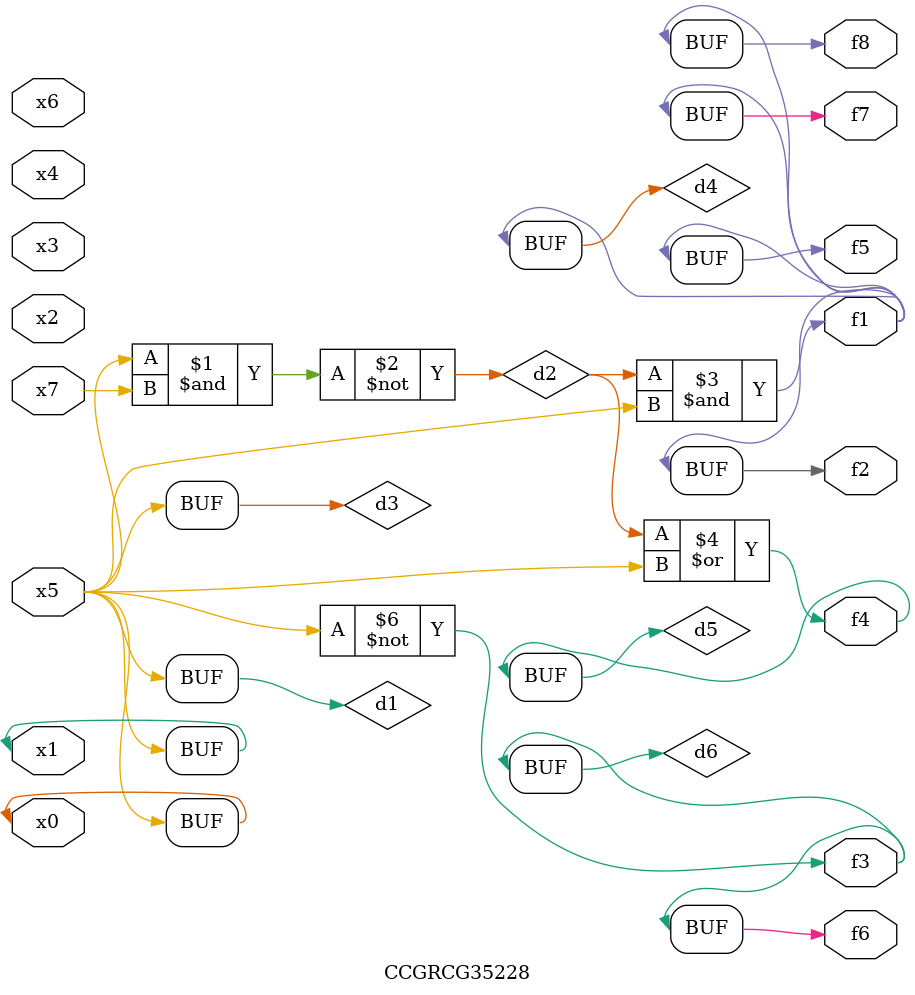
<source format=v>
module CCGRCG35228(
	input x0, x1, x2, x3, x4, x5, x6, x7,
	output f1, f2, f3, f4, f5, f6, f7, f8
);

	wire d1, d2, d3, d4, d5, d6;

	buf (d1, x0, x5);
	nand (d2, x5, x7);
	buf (d3, x0, x1);
	and (d4, d2, d3);
	or (d5, d2, d3);
	nor (d6, d1, d3);
	assign f1 = d4;
	assign f2 = d4;
	assign f3 = d6;
	assign f4 = d5;
	assign f5 = d4;
	assign f6 = d6;
	assign f7 = d4;
	assign f8 = d4;
endmodule

</source>
